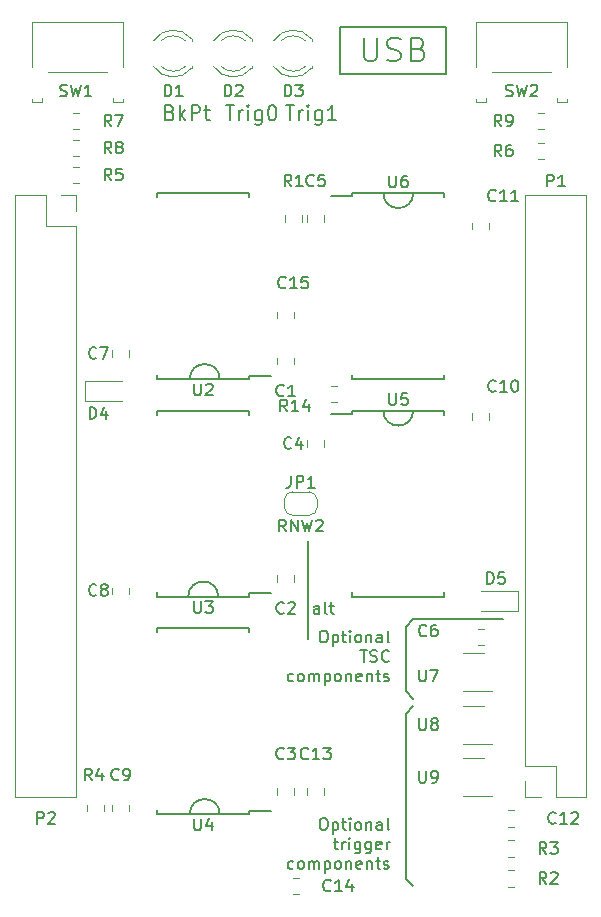
<source format=gto>
G04 #@! TF.GenerationSoftware,KiCad,Pcbnew,5.1.4-e60b266~84~ubuntu18.04.1*
G04 #@! TF.CreationDate,2019-10-24T14:21:48+01:00*
G04 #@! TF.ProjectId,6809e_adapter,36383039-655f-4616-9461-707465722e6b,rev?*
G04 #@! TF.SameCoordinates,PX9fdfbc0PY791ddc0*
G04 #@! TF.FileFunction,Legend,Top*
G04 #@! TF.FilePolarity,Positive*
%FSLAX46Y46*%
G04 Gerber Fmt 4.6, Leading zero omitted, Abs format (unit mm)*
G04 Created by KiCad (PCBNEW 5.1.4-e60b266~84~ubuntu18.04.1) date 2019-10-24 14:21:48*
%MOMM*%
%LPD*%
G04 APERTURE LIST*
%ADD10C,0.150000*%
%ADD11C,0.200000*%
%ADD12C,0.120000*%
G04 APERTURE END LIST*
D10*
X26971666Y26852620D02*
X26971666Y27376429D01*
X26924047Y27471667D01*
X26828809Y27519286D01*
X26638333Y27519286D01*
X26543095Y27471667D01*
X26971666Y26900239D02*
X26876428Y26852620D01*
X26638333Y26852620D01*
X26543095Y26900239D01*
X26495476Y26995477D01*
X26495476Y27090715D01*
X26543095Y27185953D01*
X26638333Y27233572D01*
X26876428Y27233572D01*
X26971666Y27281191D01*
X27590714Y26852620D02*
X27495476Y26900239D01*
X27447857Y26995477D01*
X27447857Y27852620D01*
X27828809Y27519286D02*
X28209761Y27519286D01*
X27971666Y27852620D02*
X27971666Y26995477D01*
X28019285Y26900239D01*
X28114523Y26852620D01*
X28209761Y26852620D01*
X26035000Y33020000D02*
X26035000Y24765000D01*
X27239976Y25438620D02*
X27430452Y25438620D01*
X27525690Y25391000D01*
X27620928Y25295762D01*
X27668547Y25105286D01*
X27668547Y24771953D01*
X27620928Y24581477D01*
X27525690Y24486239D01*
X27430452Y24438620D01*
X27239976Y24438620D01*
X27144738Y24486239D01*
X27049500Y24581477D01*
X27001880Y24771953D01*
X27001880Y25105286D01*
X27049500Y25295762D01*
X27144738Y25391000D01*
X27239976Y25438620D01*
X28097119Y25105286D02*
X28097119Y24105286D01*
X28097119Y25057667D02*
X28192357Y25105286D01*
X28382833Y25105286D01*
X28478071Y25057667D01*
X28525690Y25010048D01*
X28573309Y24914810D01*
X28573309Y24629096D01*
X28525690Y24533858D01*
X28478071Y24486239D01*
X28382833Y24438620D01*
X28192357Y24438620D01*
X28097119Y24486239D01*
X28859023Y25105286D02*
X29239976Y25105286D01*
X29001880Y25438620D02*
X29001880Y24581477D01*
X29049500Y24486239D01*
X29144738Y24438620D01*
X29239976Y24438620D01*
X29573309Y24438620D02*
X29573309Y25105286D01*
X29573309Y25438620D02*
X29525690Y25391000D01*
X29573309Y25343381D01*
X29620928Y25391000D01*
X29573309Y25438620D01*
X29573309Y25343381D01*
X30192357Y24438620D02*
X30097119Y24486239D01*
X30049500Y24533858D01*
X30001880Y24629096D01*
X30001880Y24914810D01*
X30049500Y25010048D01*
X30097119Y25057667D01*
X30192357Y25105286D01*
X30335214Y25105286D01*
X30430452Y25057667D01*
X30478071Y25010048D01*
X30525690Y24914810D01*
X30525690Y24629096D01*
X30478071Y24533858D01*
X30430452Y24486239D01*
X30335214Y24438620D01*
X30192357Y24438620D01*
X30954261Y25105286D02*
X30954261Y24438620D01*
X30954261Y25010048D02*
X31001880Y25057667D01*
X31097119Y25105286D01*
X31239976Y25105286D01*
X31335214Y25057667D01*
X31382833Y24962429D01*
X31382833Y24438620D01*
X32287595Y24438620D02*
X32287595Y24962429D01*
X32239976Y25057667D01*
X32144738Y25105286D01*
X31954261Y25105286D01*
X31859023Y25057667D01*
X32287595Y24486239D02*
X32192357Y24438620D01*
X31954261Y24438620D01*
X31859023Y24486239D01*
X31811404Y24581477D01*
X31811404Y24676715D01*
X31859023Y24771953D01*
X31954261Y24819572D01*
X32192357Y24819572D01*
X32287595Y24867191D01*
X32906642Y24438620D02*
X32811404Y24486239D01*
X32763785Y24581477D01*
X32763785Y25438620D01*
X30430452Y23788620D02*
X31001880Y23788620D01*
X30716166Y22788620D02*
X30716166Y23788620D01*
X31287595Y22836239D02*
X31430452Y22788620D01*
X31668547Y22788620D01*
X31763785Y22836239D01*
X31811404Y22883858D01*
X31859023Y22979096D01*
X31859023Y23074334D01*
X31811404Y23169572D01*
X31763785Y23217191D01*
X31668547Y23264810D01*
X31478071Y23312429D01*
X31382833Y23360048D01*
X31335214Y23407667D01*
X31287595Y23502905D01*
X31287595Y23598143D01*
X31335214Y23693381D01*
X31382833Y23741000D01*
X31478071Y23788620D01*
X31716166Y23788620D01*
X31859023Y23741000D01*
X32859023Y22883858D02*
X32811404Y22836239D01*
X32668547Y22788620D01*
X32573309Y22788620D01*
X32430452Y22836239D01*
X32335214Y22931477D01*
X32287595Y23026715D01*
X32239976Y23217191D01*
X32239976Y23360048D01*
X32287595Y23550524D01*
X32335214Y23645762D01*
X32430452Y23741000D01*
X32573309Y23788620D01*
X32668547Y23788620D01*
X32811404Y23741000D01*
X32859023Y23693381D01*
X24763785Y21186239D02*
X24668547Y21138620D01*
X24478071Y21138620D01*
X24382833Y21186239D01*
X24335214Y21233858D01*
X24287595Y21329096D01*
X24287595Y21614810D01*
X24335214Y21710048D01*
X24382833Y21757667D01*
X24478071Y21805286D01*
X24668547Y21805286D01*
X24763785Y21757667D01*
X25335214Y21138620D02*
X25239976Y21186239D01*
X25192357Y21233858D01*
X25144738Y21329096D01*
X25144738Y21614810D01*
X25192357Y21710048D01*
X25239976Y21757667D01*
X25335214Y21805286D01*
X25478071Y21805286D01*
X25573309Y21757667D01*
X25620928Y21710048D01*
X25668547Y21614810D01*
X25668547Y21329096D01*
X25620928Y21233858D01*
X25573309Y21186239D01*
X25478071Y21138620D01*
X25335214Y21138620D01*
X26097119Y21138620D02*
X26097119Y21805286D01*
X26097119Y21710048D02*
X26144738Y21757667D01*
X26239976Y21805286D01*
X26382833Y21805286D01*
X26478071Y21757667D01*
X26525690Y21662429D01*
X26525690Y21138620D01*
X26525690Y21662429D02*
X26573309Y21757667D01*
X26668547Y21805286D01*
X26811404Y21805286D01*
X26906642Y21757667D01*
X26954261Y21662429D01*
X26954261Y21138620D01*
X27430452Y21805286D02*
X27430452Y20805286D01*
X27430452Y21757667D02*
X27525690Y21805286D01*
X27716166Y21805286D01*
X27811404Y21757667D01*
X27859023Y21710048D01*
X27906642Y21614810D01*
X27906642Y21329096D01*
X27859023Y21233858D01*
X27811404Y21186239D01*
X27716166Y21138620D01*
X27525690Y21138620D01*
X27430452Y21186239D01*
X28478071Y21138620D02*
X28382833Y21186239D01*
X28335214Y21233858D01*
X28287595Y21329096D01*
X28287595Y21614810D01*
X28335214Y21710048D01*
X28382833Y21757667D01*
X28478071Y21805286D01*
X28620928Y21805286D01*
X28716166Y21757667D01*
X28763785Y21710048D01*
X28811404Y21614810D01*
X28811404Y21329096D01*
X28763785Y21233858D01*
X28716166Y21186239D01*
X28620928Y21138620D01*
X28478071Y21138620D01*
X29239976Y21805286D02*
X29239976Y21138620D01*
X29239976Y21710048D02*
X29287595Y21757667D01*
X29382833Y21805286D01*
X29525690Y21805286D01*
X29620928Y21757667D01*
X29668547Y21662429D01*
X29668547Y21138620D01*
X30525690Y21186239D02*
X30430452Y21138620D01*
X30239976Y21138620D01*
X30144738Y21186239D01*
X30097119Y21281477D01*
X30097119Y21662429D01*
X30144738Y21757667D01*
X30239976Y21805286D01*
X30430452Y21805286D01*
X30525690Y21757667D01*
X30573309Y21662429D01*
X30573309Y21567191D01*
X30097119Y21471953D01*
X31001880Y21805286D02*
X31001880Y21138620D01*
X31001880Y21710048D02*
X31049500Y21757667D01*
X31144738Y21805286D01*
X31287595Y21805286D01*
X31382833Y21757667D01*
X31430452Y21662429D01*
X31430452Y21138620D01*
X31763785Y21805286D02*
X32144738Y21805286D01*
X31906642Y22138620D02*
X31906642Y21281477D01*
X31954261Y21186239D01*
X32049500Y21138620D01*
X32144738Y21138620D01*
X32430452Y21186239D02*
X32525690Y21138620D01*
X32716166Y21138620D01*
X32811404Y21186239D01*
X32859023Y21281477D01*
X32859023Y21329096D01*
X32811404Y21424334D01*
X32716166Y21471953D01*
X32573309Y21471953D01*
X32478071Y21519572D01*
X32430452Y21614810D01*
X32430452Y21662429D01*
X32478071Y21757667D01*
X32573309Y21805286D01*
X32716166Y21805286D01*
X32811404Y21757667D01*
X34290000Y20320000D02*
X34290000Y25781000D01*
X34925000Y19685000D02*
X34290000Y20320000D01*
X34925000Y19050000D02*
X34290000Y18415000D01*
X34925000Y26416000D02*
X42545000Y26416000D01*
X27239976Y9563620D02*
X27430452Y9563620D01*
X27525690Y9516000D01*
X27620928Y9420762D01*
X27668547Y9230286D01*
X27668547Y8896953D01*
X27620928Y8706477D01*
X27525690Y8611239D01*
X27430452Y8563620D01*
X27239976Y8563620D01*
X27144738Y8611239D01*
X27049500Y8706477D01*
X27001880Y8896953D01*
X27001880Y9230286D01*
X27049500Y9420762D01*
X27144738Y9516000D01*
X27239976Y9563620D01*
X28097119Y9230286D02*
X28097119Y8230286D01*
X28097119Y9182667D02*
X28192357Y9230286D01*
X28382833Y9230286D01*
X28478071Y9182667D01*
X28525690Y9135048D01*
X28573309Y9039810D01*
X28573309Y8754096D01*
X28525690Y8658858D01*
X28478071Y8611239D01*
X28382833Y8563620D01*
X28192357Y8563620D01*
X28097119Y8611239D01*
X28859023Y9230286D02*
X29239976Y9230286D01*
X29001880Y9563620D02*
X29001880Y8706477D01*
X29049500Y8611239D01*
X29144738Y8563620D01*
X29239976Y8563620D01*
X29573309Y8563620D02*
X29573309Y9230286D01*
X29573309Y9563620D02*
X29525690Y9516000D01*
X29573309Y9468381D01*
X29620928Y9516000D01*
X29573309Y9563620D01*
X29573309Y9468381D01*
X30192357Y8563620D02*
X30097119Y8611239D01*
X30049500Y8658858D01*
X30001880Y8754096D01*
X30001880Y9039810D01*
X30049500Y9135048D01*
X30097119Y9182667D01*
X30192357Y9230286D01*
X30335214Y9230286D01*
X30430452Y9182667D01*
X30478071Y9135048D01*
X30525690Y9039810D01*
X30525690Y8754096D01*
X30478071Y8658858D01*
X30430452Y8611239D01*
X30335214Y8563620D01*
X30192357Y8563620D01*
X30954261Y9230286D02*
X30954261Y8563620D01*
X30954261Y9135048D02*
X31001880Y9182667D01*
X31097119Y9230286D01*
X31239976Y9230286D01*
X31335214Y9182667D01*
X31382833Y9087429D01*
X31382833Y8563620D01*
X32287595Y8563620D02*
X32287595Y9087429D01*
X32239976Y9182667D01*
X32144738Y9230286D01*
X31954261Y9230286D01*
X31859023Y9182667D01*
X32287595Y8611239D02*
X32192357Y8563620D01*
X31954261Y8563620D01*
X31859023Y8611239D01*
X31811404Y8706477D01*
X31811404Y8801715D01*
X31859023Y8896953D01*
X31954261Y8944572D01*
X32192357Y8944572D01*
X32287595Y8992191D01*
X32906642Y8563620D02*
X32811404Y8611239D01*
X32763785Y8706477D01*
X32763785Y9563620D01*
X28192357Y7580286D02*
X28573309Y7580286D01*
X28335214Y7913620D02*
X28335214Y7056477D01*
X28382833Y6961239D01*
X28478071Y6913620D01*
X28573309Y6913620D01*
X28906642Y6913620D02*
X28906642Y7580286D01*
X28906642Y7389810D02*
X28954261Y7485048D01*
X29001880Y7532667D01*
X29097119Y7580286D01*
X29192357Y7580286D01*
X29525690Y6913620D02*
X29525690Y7580286D01*
X29525690Y7913620D02*
X29478071Y7866000D01*
X29525690Y7818381D01*
X29573309Y7866000D01*
X29525690Y7913620D01*
X29525690Y7818381D01*
X30430452Y7580286D02*
X30430452Y6770762D01*
X30382833Y6675524D01*
X30335214Y6627905D01*
X30239976Y6580286D01*
X30097119Y6580286D01*
X30001880Y6627905D01*
X30430452Y6961239D02*
X30335214Y6913620D01*
X30144738Y6913620D01*
X30049500Y6961239D01*
X30001880Y7008858D01*
X29954261Y7104096D01*
X29954261Y7389810D01*
X30001880Y7485048D01*
X30049500Y7532667D01*
X30144738Y7580286D01*
X30335214Y7580286D01*
X30430452Y7532667D01*
X31335214Y7580286D02*
X31335214Y6770762D01*
X31287595Y6675524D01*
X31239976Y6627905D01*
X31144738Y6580286D01*
X31001880Y6580286D01*
X30906642Y6627905D01*
X31335214Y6961239D02*
X31239976Y6913620D01*
X31049500Y6913620D01*
X30954261Y6961239D01*
X30906642Y7008858D01*
X30859023Y7104096D01*
X30859023Y7389810D01*
X30906642Y7485048D01*
X30954261Y7532667D01*
X31049500Y7580286D01*
X31239976Y7580286D01*
X31335214Y7532667D01*
X32192357Y6961239D02*
X32097119Y6913620D01*
X31906642Y6913620D01*
X31811404Y6961239D01*
X31763785Y7056477D01*
X31763785Y7437429D01*
X31811404Y7532667D01*
X31906642Y7580286D01*
X32097119Y7580286D01*
X32192357Y7532667D01*
X32239976Y7437429D01*
X32239976Y7342191D01*
X31763785Y7246953D01*
X32668547Y6913620D02*
X32668547Y7580286D01*
X32668547Y7389810D02*
X32716166Y7485048D01*
X32763785Y7532667D01*
X32859023Y7580286D01*
X32954261Y7580286D01*
X24763785Y5311239D02*
X24668547Y5263620D01*
X24478071Y5263620D01*
X24382833Y5311239D01*
X24335214Y5358858D01*
X24287595Y5454096D01*
X24287595Y5739810D01*
X24335214Y5835048D01*
X24382833Y5882667D01*
X24478071Y5930286D01*
X24668547Y5930286D01*
X24763785Y5882667D01*
X25335214Y5263620D02*
X25239976Y5311239D01*
X25192357Y5358858D01*
X25144738Y5454096D01*
X25144738Y5739810D01*
X25192357Y5835048D01*
X25239976Y5882667D01*
X25335214Y5930286D01*
X25478071Y5930286D01*
X25573309Y5882667D01*
X25620928Y5835048D01*
X25668547Y5739810D01*
X25668547Y5454096D01*
X25620928Y5358858D01*
X25573309Y5311239D01*
X25478071Y5263620D01*
X25335214Y5263620D01*
X26097119Y5263620D02*
X26097119Y5930286D01*
X26097119Y5835048D02*
X26144738Y5882667D01*
X26239976Y5930286D01*
X26382833Y5930286D01*
X26478071Y5882667D01*
X26525690Y5787429D01*
X26525690Y5263620D01*
X26525690Y5787429D02*
X26573309Y5882667D01*
X26668547Y5930286D01*
X26811404Y5930286D01*
X26906642Y5882667D01*
X26954261Y5787429D01*
X26954261Y5263620D01*
X27430452Y5930286D02*
X27430452Y4930286D01*
X27430452Y5882667D02*
X27525690Y5930286D01*
X27716166Y5930286D01*
X27811404Y5882667D01*
X27859023Y5835048D01*
X27906642Y5739810D01*
X27906642Y5454096D01*
X27859023Y5358858D01*
X27811404Y5311239D01*
X27716166Y5263620D01*
X27525690Y5263620D01*
X27430452Y5311239D01*
X28478071Y5263620D02*
X28382833Y5311239D01*
X28335214Y5358858D01*
X28287595Y5454096D01*
X28287595Y5739810D01*
X28335214Y5835048D01*
X28382833Y5882667D01*
X28478071Y5930286D01*
X28620928Y5930286D01*
X28716166Y5882667D01*
X28763785Y5835048D01*
X28811404Y5739810D01*
X28811404Y5454096D01*
X28763785Y5358858D01*
X28716166Y5311239D01*
X28620928Y5263620D01*
X28478071Y5263620D01*
X29239976Y5930286D02*
X29239976Y5263620D01*
X29239976Y5835048D02*
X29287595Y5882667D01*
X29382833Y5930286D01*
X29525690Y5930286D01*
X29620928Y5882667D01*
X29668547Y5787429D01*
X29668547Y5263620D01*
X30525690Y5311239D02*
X30430452Y5263620D01*
X30239976Y5263620D01*
X30144738Y5311239D01*
X30097119Y5406477D01*
X30097119Y5787429D01*
X30144738Y5882667D01*
X30239976Y5930286D01*
X30430452Y5930286D01*
X30525690Y5882667D01*
X30573309Y5787429D01*
X30573309Y5692191D01*
X30097119Y5596953D01*
X31001880Y5930286D02*
X31001880Y5263620D01*
X31001880Y5835048D02*
X31049500Y5882667D01*
X31144738Y5930286D01*
X31287595Y5930286D01*
X31382833Y5882667D01*
X31430452Y5787429D01*
X31430452Y5263620D01*
X31763785Y5930286D02*
X32144738Y5930286D01*
X31906642Y6263620D02*
X31906642Y5406477D01*
X31954261Y5311239D01*
X32049500Y5263620D01*
X32144738Y5263620D01*
X32430452Y5311239D02*
X32525690Y5263620D01*
X32716166Y5263620D01*
X32811404Y5311239D01*
X32859023Y5406477D01*
X32859023Y5454096D01*
X32811404Y5549334D01*
X32716166Y5596953D01*
X32573309Y5596953D01*
X32478071Y5644572D01*
X32430452Y5739810D01*
X32430452Y5787429D01*
X32478071Y5882667D01*
X32573309Y5930286D01*
X32716166Y5930286D01*
X32811404Y5882667D01*
X34290000Y4445000D02*
X34925000Y3810000D01*
X34290000Y18415000D02*
X34290000Y4445000D01*
X34925000Y26416000D02*
X34290000Y25781000D01*
X24138095Y33837620D02*
X23804761Y34313810D01*
X23566666Y33837620D02*
X23566666Y34837620D01*
X23947619Y34837620D01*
X24042857Y34790000D01*
X24090476Y34742381D01*
X24138095Y34647143D01*
X24138095Y34504286D01*
X24090476Y34409048D01*
X24042857Y34361429D01*
X23947619Y34313810D01*
X23566666Y34313810D01*
X24566666Y33837620D02*
X24566666Y34837620D01*
X25138095Y33837620D01*
X25138095Y34837620D01*
X25519047Y34837620D02*
X25757142Y33837620D01*
X25947619Y34551905D01*
X26138095Y33837620D01*
X26376190Y34837620D01*
X26709523Y34742381D02*
X26757142Y34790000D01*
X26852380Y34837620D01*
X27090476Y34837620D01*
X27185714Y34790000D01*
X27233333Y34742381D01*
X27280952Y34647143D01*
X27280952Y34551905D01*
X27233333Y34409048D01*
X26661904Y33837620D01*
X27280952Y33837620D01*
X16002000Y46736000D02*
G75*
G02X18542000Y46736000I1270000J0D01*
G01*
X16002000Y9906000D02*
G75*
G02X18542000Y9906000I1270000J0D01*
G01*
X15875000Y28321000D02*
G75*
G02X18415000Y28321000I1270000J0D01*
G01*
X34925000Y44069000D02*
G75*
G02X32385000Y44069000I-1270000J0D01*
G01*
X34925000Y62484000D02*
G75*
G02X32385000Y62484000I-1270000J0D01*
G01*
D11*
X14306285Y69304286D02*
X14484857Y69244762D01*
X14544380Y69185239D01*
X14603904Y69066191D01*
X14603904Y68887620D01*
X14544380Y68768572D01*
X14484857Y68709048D01*
X14365809Y68649524D01*
X13889619Y68649524D01*
X13889619Y69899524D01*
X14306285Y69899524D01*
X14425333Y69840000D01*
X14484857Y69780477D01*
X14544380Y69661429D01*
X14544380Y69542381D01*
X14484857Y69423334D01*
X14425333Y69363810D01*
X14306285Y69304286D01*
X13889619Y69304286D01*
X15139619Y68649524D02*
X15139619Y69899524D01*
X15258666Y69125715D02*
X15615809Y68649524D01*
X15615809Y69482858D02*
X15139619Y69006667D01*
X16151523Y68649524D02*
X16151523Y69899524D01*
X16627714Y69899524D01*
X16746761Y69840000D01*
X16806285Y69780477D01*
X16865809Y69661429D01*
X16865809Y69482858D01*
X16806285Y69363810D01*
X16746761Y69304286D01*
X16627714Y69244762D01*
X16151523Y69244762D01*
X17222952Y69482858D02*
X17699142Y69482858D01*
X17401523Y69899524D02*
X17401523Y68828096D01*
X17461047Y68709048D01*
X17580095Y68649524D01*
X17699142Y68649524D01*
X24125047Y69899524D02*
X24839333Y69899524D01*
X24482190Y68649524D02*
X24482190Y69899524D01*
X25256000Y68649524D02*
X25256000Y69482858D01*
X25256000Y69244762D02*
X25315523Y69363810D01*
X25375047Y69423334D01*
X25494095Y69482858D01*
X25613142Y69482858D01*
X26029809Y68649524D02*
X26029809Y69482858D01*
X26029809Y69899524D02*
X25970285Y69840000D01*
X26029809Y69780477D01*
X26089333Y69840000D01*
X26029809Y69899524D01*
X26029809Y69780477D01*
X27160761Y69482858D02*
X27160761Y68470953D01*
X27101238Y68351905D01*
X27041714Y68292381D01*
X26922666Y68232858D01*
X26744095Y68232858D01*
X26625047Y68292381D01*
X27160761Y68709048D02*
X27041714Y68649524D01*
X26803619Y68649524D01*
X26684571Y68709048D01*
X26625047Y68768572D01*
X26565523Y68887620D01*
X26565523Y69244762D01*
X26625047Y69363810D01*
X26684571Y69423334D01*
X26803619Y69482858D01*
X27041714Y69482858D01*
X27160761Y69423334D01*
X28410761Y68649524D02*
X27696476Y68649524D01*
X28053619Y68649524D02*
X28053619Y69899524D01*
X27934571Y69720953D01*
X27815523Y69601905D01*
X27696476Y69542381D01*
X19045047Y69899524D02*
X19759333Y69899524D01*
X19402190Y68649524D02*
X19402190Y69899524D01*
X20176000Y68649524D02*
X20176000Y69482858D01*
X20176000Y69244762D02*
X20235523Y69363810D01*
X20295047Y69423334D01*
X20414095Y69482858D01*
X20533142Y69482858D01*
X20949809Y68649524D02*
X20949809Y69482858D01*
X20949809Y69899524D02*
X20890285Y69840000D01*
X20949809Y69780477D01*
X21009333Y69840000D01*
X20949809Y69899524D01*
X20949809Y69780477D01*
X22080761Y69482858D02*
X22080761Y68470953D01*
X22021238Y68351905D01*
X21961714Y68292381D01*
X21842666Y68232858D01*
X21664095Y68232858D01*
X21545047Y68292381D01*
X22080761Y68709048D02*
X21961714Y68649524D01*
X21723619Y68649524D01*
X21604571Y68709048D01*
X21545047Y68768572D01*
X21485523Y68887620D01*
X21485523Y69244762D01*
X21545047Y69363810D01*
X21604571Y69423334D01*
X21723619Y69482858D01*
X21961714Y69482858D01*
X22080761Y69423334D01*
X22914095Y69899524D02*
X23033142Y69899524D01*
X23152190Y69840000D01*
X23211714Y69780477D01*
X23271238Y69661429D01*
X23330761Y69423334D01*
X23330761Y69125715D01*
X23271238Y68887620D01*
X23211714Y68768572D01*
X23152190Y68709048D01*
X23033142Y68649524D01*
X22914095Y68649524D01*
X22795047Y68709048D01*
X22735523Y68768572D01*
X22676000Y68887620D01*
X22616476Y69125715D01*
X22616476Y69423334D01*
X22676000Y69661429D01*
X22735523Y69780477D01*
X22795047Y69840000D01*
X22914095Y69899524D01*
X30716190Y75635239D02*
X30716190Y74016191D01*
X30811428Y73825715D01*
X30906666Y73730477D01*
X31097142Y73635239D01*
X31478095Y73635239D01*
X31668571Y73730477D01*
X31763809Y73825715D01*
X31859047Y74016191D01*
X31859047Y75635239D01*
X32716190Y73730477D02*
X33001904Y73635239D01*
X33478095Y73635239D01*
X33668571Y73730477D01*
X33763809Y73825715D01*
X33859047Y74016191D01*
X33859047Y74206667D01*
X33763809Y74397143D01*
X33668571Y74492381D01*
X33478095Y74587620D01*
X33097142Y74682858D01*
X32906666Y74778096D01*
X32811428Y74873334D01*
X32716190Y75063810D01*
X32716190Y75254286D01*
X32811428Y75444762D01*
X32906666Y75540000D01*
X33097142Y75635239D01*
X33573333Y75635239D01*
X33859047Y75540000D01*
X35382857Y74682858D02*
X35668571Y74587620D01*
X35763809Y74492381D01*
X35859047Y74301905D01*
X35859047Y74016191D01*
X35763809Y73825715D01*
X35668571Y73730477D01*
X35478095Y73635239D01*
X34716190Y73635239D01*
X34716190Y75635239D01*
X35382857Y75635239D01*
X35573333Y75540000D01*
X35668571Y75444762D01*
X35763809Y75254286D01*
X35763809Y75063810D01*
X35668571Y74873334D01*
X35573333Y74778096D01*
X35382857Y74682858D01*
X34716190Y74682858D01*
D10*
X28740000Y72540000D02*
X28740000Y76540000D01*
X37740000Y72540000D02*
X28740000Y72540000D01*
X37740000Y76540000D02*
X37740000Y72540000D01*
X28740000Y76540000D02*
X37740000Y76540000D01*
D12*
X43810000Y27090000D02*
X40660000Y27090000D01*
X43810000Y28790000D02*
X40660000Y28790000D01*
X43810000Y27090000D02*
X43810000Y28790000D01*
X7108000Y46570000D02*
X10258000Y46570000D01*
X7108000Y44870000D02*
X10258000Y44870000D01*
X7108000Y46570000D02*
X7108000Y44870000D01*
D10*
X29780000Y43795000D02*
X27955000Y43795000D01*
X29780000Y28320000D02*
X37530000Y28320000D01*
X29780000Y44070000D02*
X37530000Y44070000D01*
X29780000Y28320000D02*
X29780000Y28685000D01*
X37530000Y28320000D02*
X37530000Y28685000D01*
X37530000Y44070000D02*
X37530000Y43705000D01*
X29780000Y44070000D02*
X29780000Y43795000D01*
X21020000Y47010000D02*
X22845000Y47010000D01*
X21020000Y62485000D02*
X13270000Y62485000D01*
X21020000Y46735000D02*
X13270000Y46735000D01*
X21020000Y62485000D02*
X21020000Y62120000D01*
X13270000Y62485000D02*
X13270000Y62120000D01*
X13270000Y46735000D02*
X13270000Y47100000D01*
X21020000Y46735000D02*
X21020000Y47010000D01*
D12*
X27923748Y44756000D02*
X28446252Y44756000D01*
X27923748Y46176000D02*
X28446252Y46176000D01*
X23420000Y52449252D02*
X23420000Y51926748D01*
X24840000Y52449252D02*
X24840000Y51926748D01*
X42918748Y7695000D02*
X43441252Y7695000D01*
X42918748Y6275000D02*
X43441252Y6275000D01*
X24700000Y37195000D02*
X26100000Y37195000D01*
X26800000Y36495000D02*
X26800000Y35895000D01*
X26100000Y35195000D02*
X24700000Y35195000D01*
X24000000Y35895000D02*
X24000000Y36495000D01*
X24000000Y36495000D02*
G75*
G02X24700000Y37195000I700000J0D01*
G01*
X24700000Y35195000D02*
G75*
G02X24000000Y35895000I0J700000D01*
G01*
X26800000Y35895000D02*
G75*
G02X26100000Y35195000I-700000J0D01*
G01*
X26100000Y37195000D02*
G75*
G02X26800000Y36495000I0J-700000D01*
G01*
X42918748Y8815000D02*
X43441252Y8815000D01*
X42918748Y10235000D02*
X43441252Y10235000D01*
X40378748Y24182000D02*
X40901252Y24182000D01*
X40378748Y25602000D02*
X40901252Y25602000D01*
X47085000Y70175000D02*
X47085000Y70525000D01*
X47975000Y70175000D02*
X47085000Y70175000D01*
X47975000Y70475000D02*
X47975000Y70175000D01*
X47975000Y73115000D02*
X47975000Y76965000D01*
X47975000Y76965000D02*
X40235000Y76965000D01*
X40235000Y76965000D02*
X40235000Y73115000D01*
X41615000Y72725000D02*
X46595000Y72725000D01*
X41125000Y70175000D02*
X40235000Y70175000D01*
X41125000Y70175000D02*
X41125000Y70525000D01*
X40235000Y70475000D02*
X40235000Y70175000D01*
X9484500Y70175000D02*
X9484500Y70525000D01*
X10374500Y70175000D02*
X9484500Y70175000D01*
X10374500Y70475000D02*
X10374500Y70175000D01*
X10374500Y73115000D02*
X10374500Y76965000D01*
X10374500Y76965000D02*
X2634500Y76965000D01*
X2634500Y76965000D02*
X2634500Y73115000D01*
X4014500Y72725000D02*
X8994500Y72725000D01*
X3524500Y70175000D02*
X2634500Y70175000D01*
X3524500Y70175000D02*
X3524500Y70525000D01*
X2634500Y70475000D02*
X2634500Y70175000D01*
X21245000Y75375000D02*
X21245000Y75531000D01*
X21245000Y73059000D02*
X21245000Y73215000D01*
X18643870Y75374837D02*
G75*
G02X20725961Y75375000I1041130J-1079837D01*
G01*
X18643870Y73215163D02*
G75*
G03X20725961Y73215000I1041130J1079837D01*
G01*
X18012665Y75373608D02*
G75*
G02X21245000Y75530516I1672335J-1078608D01*
G01*
X18012665Y73216392D02*
G75*
G03X21245000Y73059484I1672335J1078608D01*
G01*
X26325000Y75375000D02*
X26325000Y75531000D01*
X26325000Y73059000D02*
X26325000Y73215000D01*
X23723870Y75374837D02*
G75*
G02X25805961Y75375000I1041130J-1079837D01*
G01*
X23723870Y73215163D02*
G75*
G03X25805961Y73215000I1041130J1079837D01*
G01*
X23092665Y75373608D02*
G75*
G02X26325000Y75530516I1672335J-1078608D01*
G01*
X23092665Y73216392D02*
G75*
G03X26325000Y73059484I1672335J1078608D01*
G01*
X16165000Y75375000D02*
X16165000Y75531000D01*
X16165000Y73059000D02*
X16165000Y73215000D01*
X13563870Y75374837D02*
G75*
G02X15645961Y75375000I1041130J-1079837D01*
G01*
X13563870Y73215163D02*
G75*
G03X15645961Y73215000I1041130J1079837D01*
G01*
X12932665Y75373608D02*
G75*
G02X16165000Y75530516I1672335J-1078608D01*
G01*
X12932665Y73216392D02*
G75*
G03X16165000Y73059484I1672335J1078608D01*
G01*
X5080000Y62290000D02*
X6410000Y62290000D01*
X6410000Y62290000D02*
X6410000Y60960000D01*
X3810000Y62290000D02*
X3810000Y59690000D01*
X3810000Y59690000D02*
X6410000Y59690000D01*
X6410000Y59690000D02*
X6410000Y11370000D01*
X1210000Y11370000D02*
X6410000Y11370000D01*
X1210000Y62290000D02*
X1210000Y11370000D01*
X1210000Y62290000D02*
X3810000Y62290000D01*
X45720000Y11370000D02*
X44390000Y11370000D01*
X44390000Y11370000D02*
X44390000Y12700000D01*
X46990000Y11370000D02*
X46990000Y13970000D01*
X46990000Y13970000D02*
X44390000Y13970000D01*
X44390000Y13970000D02*
X44390000Y62290000D01*
X49590000Y62290000D02*
X44390000Y62290000D01*
X49590000Y11370000D02*
X49590000Y62290000D01*
X49590000Y11370000D02*
X46990000Y11370000D01*
X39105000Y11405000D02*
X41555000Y11405000D01*
X40905000Y14625000D02*
X39105000Y14625000D01*
X39105000Y15850000D02*
X41555000Y15850000D01*
X40905000Y19070000D02*
X39105000Y19070000D01*
X39105000Y20300000D02*
X41555000Y20300000D01*
X40905000Y23520000D02*
X39105000Y23520000D01*
X45981252Y69290000D02*
X45458748Y69290000D01*
X45981252Y67870000D02*
X45458748Y67870000D01*
X6088748Y65584000D02*
X6611252Y65584000D01*
X6088748Y67004000D02*
X6611252Y67004000D01*
X6088748Y67870000D02*
X6611252Y67870000D01*
X6088748Y69290000D02*
X6611252Y69290000D01*
X45458748Y65330000D02*
X45981252Y65330000D01*
X45458748Y66750000D02*
X45981252Y66750000D01*
X6611252Y64718000D02*
X6088748Y64718000D01*
X6611252Y63298000D02*
X6088748Y63298000D01*
X7291000Y10666252D02*
X7291000Y10143748D01*
X8711000Y10666252D02*
X8711000Y10143748D01*
X42918748Y5155000D02*
X43441252Y5155000D01*
X42918748Y3735000D02*
X43441252Y3735000D01*
X24055000Y60586252D02*
X24055000Y60063748D01*
X25475000Y60586252D02*
X25475000Y60063748D01*
X25271252Y4520000D02*
X24748748Y4520000D01*
X25271252Y3100000D02*
X24748748Y3100000D01*
X39930000Y59951252D02*
X39930000Y59428748D01*
X41350000Y59951252D02*
X41350000Y59428748D01*
X41350000Y43308748D02*
X41350000Y43831252D01*
X39930000Y43308748D02*
X39930000Y43831252D01*
X9450000Y10666252D02*
X9450000Y10143748D01*
X10870000Y10666252D02*
X10870000Y10143748D01*
X9450000Y29081252D02*
X9450000Y28558748D01*
X10870000Y29081252D02*
X10870000Y28558748D01*
X10870000Y48633748D02*
X10870000Y49156252D01*
X9450000Y48633748D02*
X9450000Y49156252D01*
X27380000Y11558748D02*
X27380000Y12081252D01*
X25960000Y11558748D02*
X25960000Y12081252D01*
X25960000Y60586252D02*
X25960000Y60063748D01*
X27380000Y60586252D02*
X27380000Y60063748D01*
X25960000Y41536252D02*
X25960000Y41013748D01*
X27380000Y41536252D02*
X27380000Y41013748D01*
X24840000Y11558748D02*
X24840000Y12081252D01*
X23420000Y11558748D02*
X23420000Y12081252D01*
X24840000Y29583748D02*
X24840000Y30106252D01*
X23420000Y29583748D02*
X23420000Y30106252D01*
X24840000Y47998748D02*
X24840000Y48521252D01*
X23420000Y47998748D02*
X23420000Y48521252D01*
D10*
X21020000Y28595000D02*
X22845000Y28595000D01*
X21020000Y44070000D02*
X13270000Y44070000D01*
X21020000Y28320000D02*
X13270000Y28320000D01*
X21020000Y44070000D02*
X21020000Y43705000D01*
X13270000Y44070000D02*
X13270000Y43705000D01*
X13270000Y28320000D02*
X13270000Y28685000D01*
X21020000Y28320000D02*
X21020000Y28595000D01*
X21020000Y10180000D02*
X22845000Y10180000D01*
X21020000Y25655000D02*
X13270000Y25655000D01*
X21020000Y9905000D02*
X13270000Y9905000D01*
X21020000Y25655000D02*
X21020000Y25290000D01*
X13270000Y25655000D02*
X13270000Y25290000D01*
X13270000Y9905000D02*
X13270000Y10270000D01*
X21020000Y9905000D02*
X21020000Y10180000D01*
X29780000Y62210000D02*
X27955000Y62210000D01*
X29780000Y46735000D02*
X37530000Y46735000D01*
X29780000Y62485000D02*
X37530000Y62485000D01*
X29780000Y46735000D02*
X29780000Y47100000D01*
X37530000Y46735000D02*
X37530000Y47100000D01*
X37530000Y62485000D02*
X37530000Y62120000D01*
X29780000Y62485000D02*
X29780000Y62210000D01*
X41171904Y29392620D02*
X41171904Y30392620D01*
X41410000Y30392620D01*
X41552857Y30345000D01*
X41648095Y30249762D01*
X41695714Y30154524D01*
X41743333Y29964048D01*
X41743333Y29821191D01*
X41695714Y29630715D01*
X41648095Y29535477D01*
X41552857Y29440239D01*
X41410000Y29392620D01*
X41171904Y29392620D01*
X42648095Y30392620D02*
X42171904Y30392620D01*
X42124285Y29916429D01*
X42171904Y29964048D01*
X42267142Y30011667D01*
X42505238Y30011667D01*
X42600476Y29964048D01*
X42648095Y29916429D01*
X42695714Y29821191D01*
X42695714Y29583096D01*
X42648095Y29487858D01*
X42600476Y29440239D01*
X42505238Y29392620D01*
X42267142Y29392620D01*
X42171904Y29440239D01*
X42124285Y29487858D01*
X7516904Y43362620D02*
X7516904Y44362620D01*
X7755000Y44362620D01*
X7897857Y44315000D01*
X7993095Y44219762D01*
X8040714Y44124524D01*
X8088333Y43934048D01*
X8088333Y43791191D01*
X8040714Y43600715D01*
X7993095Y43505477D01*
X7897857Y43410239D01*
X7755000Y43362620D01*
X7516904Y43362620D01*
X8945476Y44029286D02*
X8945476Y43362620D01*
X8707380Y44410239D02*
X8469285Y43695953D01*
X9088333Y43695953D01*
X32893095Y45542620D02*
X32893095Y44733096D01*
X32940714Y44637858D01*
X32988333Y44590239D01*
X33083571Y44542620D01*
X33274047Y44542620D01*
X33369285Y44590239D01*
X33416904Y44637858D01*
X33464523Y44733096D01*
X33464523Y45542620D01*
X34416904Y45542620D02*
X33940714Y45542620D01*
X33893095Y45066429D01*
X33940714Y45114048D01*
X34035952Y45161667D01*
X34274047Y45161667D01*
X34369285Y45114048D01*
X34416904Y45066429D01*
X34464523Y44971191D01*
X34464523Y44733096D01*
X34416904Y44637858D01*
X34369285Y44590239D01*
X34274047Y44542620D01*
X34035952Y44542620D01*
X33940714Y44590239D01*
X33893095Y44637858D01*
X16383095Y46357620D02*
X16383095Y45548096D01*
X16430714Y45452858D01*
X16478333Y45405239D01*
X16573571Y45357620D01*
X16764047Y45357620D01*
X16859285Y45405239D01*
X16906904Y45452858D01*
X16954523Y45548096D01*
X16954523Y46357620D01*
X17383095Y46262381D02*
X17430714Y46310000D01*
X17525952Y46357620D01*
X17764047Y46357620D01*
X17859285Y46310000D01*
X17906904Y46262381D01*
X17954523Y46167143D01*
X17954523Y46071905D01*
X17906904Y45929048D01*
X17335476Y45357620D01*
X17954523Y45357620D01*
X24249142Y43997620D02*
X23915809Y44473810D01*
X23677714Y43997620D02*
X23677714Y44997620D01*
X24058666Y44997620D01*
X24153904Y44950000D01*
X24201523Y44902381D01*
X24249142Y44807143D01*
X24249142Y44664286D01*
X24201523Y44569048D01*
X24153904Y44521429D01*
X24058666Y44473810D01*
X23677714Y44473810D01*
X25201523Y43997620D02*
X24630095Y43997620D01*
X24915809Y43997620D02*
X24915809Y44997620D01*
X24820571Y44854762D01*
X24725333Y44759524D01*
X24630095Y44711905D01*
X26058666Y44664286D02*
X26058666Y43997620D01*
X25820571Y45045239D02*
X25582476Y44330953D01*
X26201523Y44330953D01*
X24122142Y54506858D02*
X24074523Y54459239D01*
X23931666Y54411620D01*
X23836428Y54411620D01*
X23693571Y54459239D01*
X23598333Y54554477D01*
X23550714Y54649715D01*
X23503095Y54840191D01*
X23503095Y54983048D01*
X23550714Y55173524D01*
X23598333Y55268762D01*
X23693571Y55364000D01*
X23836428Y55411620D01*
X23931666Y55411620D01*
X24074523Y55364000D01*
X24122142Y55316381D01*
X25074523Y54411620D02*
X24503095Y54411620D01*
X24788809Y54411620D02*
X24788809Y55411620D01*
X24693571Y55268762D01*
X24598333Y55173524D01*
X24503095Y55125905D01*
X25979285Y55411620D02*
X25503095Y55411620D01*
X25455476Y54935429D01*
X25503095Y54983048D01*
X25598333Y55030667D01*
X25836428Y55030667D01*
X25931666Y54983048D01*
X25979285Y54935429D01*
X26026904Y54840191D01*
X26026904Y54602096D01*
X25979285Y54506858D01*
X25931666Y54459239D01*
X25836428Y54411620D01*
X25598333Y54411620D01*
X25503095Y54459239D01*
X25455476Y54506858D01*
X46188333Y6532620D02*
X45855000Y7008810D01*
X45616904Y6532620D02*
X45616904Y7532620D01*
X45997857Y7532620D01*
X46093095Y7485000D01*
X46140714Y7437381D01*
X46188333Y7342143D01*
X46188333Y7199286D01*
X46140714Y7104048D01*
X46093095Y7056429D01*
X45997857Y7008810D01*
X45616904Y7008810D01*
X46521666Y7532620D02*
X47140714Y7532620D01*
X46807380Y7151667D01*
X46950238Y7151667D01*
X47045476Y7104048D01*
X47093095Y7056429D01*
X47140714Y6961191D01*
X47140714Y6723096D01*
X47093095Y6627858D01*
X47045476Y6580239D01*
X46950238Y6532620D01*
X46664523Y6532620D01*
X46569285Y6580239D01*
X46521666Y6627858D01*
X24566666Y38542620D02*
X24566666Y37828334D01*
X24519047Y37685477D01*
X24423809Y37590239D01*
X24280952Y37542620D01*
X24185714Y37542620D01*
X25042857Y37542620D02*
X25042857Y38542620D01*
X25423809Y38542620D01*
X25519047Y38495000D01*
X25566666Y38447381D01*
X25614285Y38352143D01*
X25614285Y38209286D01*
X25566666Y38114048D01*
X25519047Y38066429D01*
X25423809Y38018810D01*
X25042857Y38018810D01*
X26566666Y37542620D02*
X25995238Y37542620D01*
X26280952Y37542620D02*
X26280952Y38542620D01*
X26185714Y38399762D01*
X26090476Y38304524D01*
X25995238Y38256905D01*
X46982142Y9167858D02*
X46934523Y9120239D01*
X46791666Y9072620D01*
X46696428Y9072620D01*
X46553571Y9120239D01*
X46458333Y9215477D01*
X46410714Y9310715D01*
X46363095Y9501191D01*
X46363095Y9644048D01*
X46410714Y9834524D01*
X46458333Y9929762D01*
X46553571Y10025000D01*
X46696428Y10072620D01*
X46791666Y10072620D01*
X46934523Y10025000D01*
X46982142Y9977381D01*
X47934523Y9072620D02*
X47363095Y9072620D01*
X47648809Y9072620D02*
X47648809Y10072620D01*
X47553571Y9929762D01*
X47458333Y9834524D01*
X47363095Y9786905D01*
X48315476Y9977381D02*
X48363095Y10025000D01*
X48458333Y10072620D01*
X48696428Y10072620D01*
X48791666Y10025000D01*
X48839285Y9977381D01*
X48886904Y9882143D01*
X48886904Y9786905D01*
X48839285Y9644048D01*
X48267857Y9072620D01*
X48886904Y9072620D01*
X36028333Y25042858D02*
X35980714Y24995239D01*
X35837857Y24947620D01*
X35742619Y24947620D01*
X35599761Y24995239D01*
X35504523Y25090477D01*
X35456904Y25185715D01*
X35409285Y25376191D01*
X35409285Y25519048D01*
X35456904Y25709524D01*
X35504523Y25804762D01*
X35599761Y25900000D01*
X35742619Y25947620D01*
X35837857Y25947620D01*
X35980714Y25900000D01*
X36028333Y25852381D01*
X36885476Y25947620D02*
X36695000Y25947620D01*
X36599761Y25900000D01*
X36552142Y25852381D01*
X36456904Y25709524D01*
X36409285Y25519048D01*
X36409285Y25138096D01*
X36456904Y25042858D01*
X36504523Y24995239D01*
X36599761Y24947620D01*
X36790238Y24947620D01*
X36885476Y24995239D01*
X36933095Y25042858D01*
X36980714Y25138096D01*
X36980714Y25376191D01*
X36933095Y25471429D01*
X36885476Y25519048D01*
X36790238Y25566667D01*
X36599761Y25566667D01*
X36504523Y25519048D01*
X36456904Y25471429D01*
X36409285Y25376191D01*
X42771666Y70715239D02*
X42914523Y70667620D01*
X43152619Y70667620D01*
X43247857Y70715239D01*
X43295476Y70762858D01*
X43343095Y70858096D01*
X43343095Y70953334D01*
X43295476Y71048572D01*
X43247857Y71096191D01*
X43152619Y71143810D01*
X42962142Y71191429D01*
X42866904Y71239048D01*
X42819285Y71286667D01*
X42771666Y71381905D01*
X42771666Y71477143D01*
X42819285Y71572381D01*
X42866904Y71620000D01*
X42962142Y71667620D01*
X43200238Y71667620D01*
X43343095Y71620000D01*
X43676428Y71667620D02*
X43914523Y70667620D01*
X44105000Y71381905D01*
X44295476Y70667620D01*
X44533571Y71667620D01*
X44866904Y71572381D02*
X44914523Y71620000D01*
X45009761Y71667620D01*
X45247857Y71667620D01*
X45343095Y71620000D01*
X45390714Y71572381D01*
X45438333Y71477143D01*
X45438333Y71381905D01*
X45390714Y71239048D01*
X44819285Y70667620D01*
X45438333Y70667620D01*
X5016666Y70715239D02*
X5159523Y70667620D01*
X5397619Y70667620D01*
X5492857Y70715239D01*
X5540476Y70762858D01*
X5588095Y70858096D01*
X5588095Y70953334D01*
X5540476Y71048572D01*
X5492857Y71096191D01*
X5397619Y71143810D01*
X5207142Y71191429D01*
X5111904Y71239048D01*
X5064285Y71286667D01*
X5016666Y71381905D01*
X5016666Y71477143D01*
X5064285Y71572381D01*
X5111904Y71620000D01*
X5207142Y71667620D01*
X5445238Y71667620D01*
X5588095Y71620000D01*
X5921428Y71667620D02*
X6159523Y70667620D01*
X6350000Y71381905D01*
X6540476Y70667620D01*
X6778571Y71667620D01*
X7683333Y70667620D02*
X7111904Y70667620D01*
X7397619Y70667620D02*
X7397619Y71667620D01*
X7302380Y71524762D01*
X7207142Y71429524D01*
X7111904Y71381905D01*
X18946904Y70667620D02*
X18946904Y71667620D01*
X19185000Y71667620D01*
X19327857Y71620000D01*
X19423095Y71524762D01*
X19470714Y71429524D01*
X19518333Y71239048D01*
X19518333Y71096191D01*
X19470714Y70905715D01*
X19423095Y70810477D01*
X19327857Y70715239D01*
X19185000Y70667620D01*
X18946904Y70667620D01*
X19899285Y71572381D02*
X19946904Y71620000D01*
X20042142Y71667620D01*
X20280238Y71667620D01*
X20375476Y71620000D01*
X20423095Y71572381D01*
X20470714Y71477143D01*
X20470714Y71381905D01*
X20423095Y71239048D01*
X19851666Y70667620D01*
X20470714Y70667620D01*
X24026904Y70667620D02*
X24026904Y71667620D01*
X24265000Y71667620D01*
X24407857Y71620000D01*
X24503095Y71524762D01*
X24550714Y71429524D01*
X24598333Y71239048D01*
X24598333Y71096191D01*
X24550714Y70905715D01*
X24503095Y70810477D01*
X24407857Y70715239D01*
X24265000Y70667620D01*
X24026904Y70667620D01*
X24931666Y71667620D02*
X25550714Y71667620D01*
X25217380Y71286667D01*
X25360238Y71286667D01*
X25455476Y71239048D01*
X25503095Y71191429D01*
X25550714Y71096191D01*
X25550714Y70858096D01*
X25503095Y70762858D01*
X25455476Y70715239D01*
X25360238Y70667620D01*
X25074523Y70667620D01*
X24979285Y70715239D01*
X24931666Y70762858D01*
X13866904Y70667620D02*
X13866904Y71667620D01*
X14105000Y71667620D01*
X14247857Y71620000D01*
X14343095Y71524762D01*
X14390714Y71429524D01*
X14438333Y71239048D01*
X14438333Y71096191D01*
X14390714Y70905715D01*
X14343095Y70810477D01*
X14247857Y70715239D01*
X14105000Y70667620D01*
X13866904Y70667620D01*
X15390714Y70667620D02*
X14819285Y70667620D01*
X15105000Y70667620D02*
X15105000Y71667620D01*
X15009761Y71524762D01*
X14914523Y71429524D01*
X14819285Y71381905D01*
X3071904Y9072620D02*
X3071904Y10072620D01*
X3452857Y10072620D01*
X3548095Y10025000D01*
X3595714Y9977381D01*
X3643333Y9882143D01*
X3643333Y9739286D01*
X3595714Y9644048D01*
X3548095Y9596429D01*
X3452857Y9548810D01*
X3071904Y9548810D01*
X4024285Y9977381D02*
X4071904Y10025000D01*
X4167142Y10072620D01*
X4405238Y10072620D01*
X4500476Y10025000D01*
X4548095Y9977381D01*
X4595714Y9882143D01*
X4595714Y9786905D01*
X4548095Y9644048D01*
X3976666Y9072620D01*
X4595714Y9072620D01*
X46251904Y63047620D02*
X46251904Y64047620D01*
X46632857Y64047620D01*
X46728095Y64000000D01*
X46775714Y63952381D01*
X46823333Y63857143D01*
X46823333Y63714286D01*
X46775714Y63619048D01*
X46728095Y63571429D01*
X46632857Y63523810D01*
X46251904Y63523810D01*
X47775714Y63047620D02*
X47204285Y63047620D01*
X47490000Y63047620D02*
X47490000Y64047620D01*
X47394761Y63904762D01*
X47299523Y63809524D01*
X47204285Y63761905D01*
X35433095Y13562620D02*
X35433095Y12753096D01*
X35480714Y12657858D01*
X35528333Y12610239D01*
X35623571Y12562620D01*
X35814047Y12562620D01*
X35909285Y12610239D01*
X35956904Y12657858D01*
X36004523Y12753096D01*
X36004523Y13562620D01*
X36528333Y12562620D02*
X36718809Y12562620D01*
X36814047Y12610239D01*
X36861666Y12657858D01*
X36956904Y12800715D01*
X37004523Y12991191D01*
X37004523Y13372143D01*
X36956904Y13467381D01*
X36909285Y13515000D01*
X36814047Y13562620D01*
X36623571Y13562620D01*
X36528333Y13515000D01*
X36480714Y13467381D01*
X36433095Y13372143D01*
X36433095Y13134048D01*
X36480714Y13038810D01*
X36528333Y12991191D01*
X36623571Y12943572D01*
X36814047Y12943572D01*
X36909285Y12991191D01*
X36956904Y13038810D01*
X37004523Y13134048D01*
X35433095Y18007620D02*
X35433095Y17198096D01*
X35480714Y17102858D01*
X35528333Y17055239D01*
X35623571Y17007620D01*
X35814047Y17007620D01*
X35909285Y17055239D01*
X35956904Y17102858D01*
X36004523Y17198096D01*
X36004523Y18007620D01*
X36623571Y17579048D02*
X36528333Y17626667D01*
X36480714Y17674286D01*
X36433095Y17769524D01*
X36433095Y17817143D01*
X36480714Y17912381D01*
X36528333Y17960000D01*
X36623571Y18007620D01*
X36814047Y18007620D01*
X36909285Y17960000D01*
X36956904Y17912381D01*
X37004523Y17817143D01*
X37004523Y17769524D01*
X36956904Y17674286D01*
X36909285Y17626667D01*
X36814047Y17579048D01*
X36623571Y17579048D01*
X36528333Y17531429D01*
X36480714Y17483810D01*
X36433095Y17388572D01*
X36433095Y17198096D01*
X36480714Y17102858D01*
X36528333Y17055239D01*
X36623571Y17007620D01*
X36814047Y17007620D01*
X36909285Y17055239D01*
X36956904Y17102858D01*
X37004523Y17198096D01*
X37004523Y17388572D01*
X36956904Y17483810D01*
X36909285Y17531429D01*
X36814047Y17579048D01*
X35433095Y22137620D02*
X35433095Y21328096D01*
X35480714Y21232858D01*
X35528333Y21185239D01*
X35623571Y21137620D01*
X35814047Y21137620D01*
X35909285Y21185239D01*
X35956904Y21232858D01*
X36004523Y21328096D01*
X36004523Y22137620D01*
X36385476Y22137620D02*
X37052142Y22137620D01*
X36623571Y21137620D01*
X42378333Y68127620D02*
X42045000Y68603810D01*
X41806904Y68127620D02*
X41806904Y69127620D01*
X42187857Y69127620D01*
X42283095Y69080000D01*
X42330714Y69032381D01*
X42378333Y68937143D01*
X42378333Y68794286D01*
X42330714Y68699048D01*
X42283095Y68651429D01*
X42187857Y68603810D01*
X41806904Y68603810D01*
X42854523Y68127620D02*
X43045000Y68127620D01*
X43140238Y68175239D01*
X43187857Y68222858D01*
X43283095Y68365715D01*
X43330714Y68556191D01*
X43330714Y68937143D01*
X43283095Y69032381D01*
X43235476Y69080000D01*
X43140238Y69127620D01*
X42949761Y69127620D01*
X42854523Y69080000D01*
X42806904Y69032381D01*
X42759285Y68937143D01*
X42759285Y68699048D01*
X42806904Y68603810D01*
X42854523Y68556191D01*
X42949761Y68508572D01*
X43140238Y68508572D01*
X43235476Y68556191D01*
X43283095Y68603810D01*
X43330714Y68699048D01*
X9358333Y65841620D02*
X9025000Y66317810D01*
X8786904Y65841620D02*
X8786904Y66841620D01*
X9167857Y66841620D01*
X9263095Y66794000D01*
X9310714Y66746381D01*
X9358333Y66651143D01*
X9358333Y66508286D01*
X9310714Y66413048D01*
X9263095Y66365429D01*
X9167857Y66317810D01*
X8786904Y66317810D01*
X9929761Y66413048D02*
X9834523Y66460667D01*
X9786904Y66508286D01*
X9739285Y66603524D01*
X9739285Y66651143D01*
X9786904Y66746381D01*
X9834523Y66794000D01*
X9929761Y66841620D01*
X10120238Y66841620D01*
X10215476Y66794000D01*
X10263095Y66746381D01*
X10310714Y66651143D01*
X10310714Y66603524D01*
X10263095Y66508286D01*
X10215476Y66460667D01*
X10120238Y66413048D01*
X9929761Y66413048D01*
X9834523Y66365429D01*
X9786904Y66317810D01*
X9739285Y66222572D01*
X9739285Y66032096D01*
X9786904Y65936858D01*
X9834523Y65889239D01*
X9929761Y65841620D01*
X10120238Y65841620D01*
X10215476Y65889239D01*
X10263095Y65936858D01*
X10310714Y66032096D01*
X10310714Y66222572D01*
X10263095Y66317810D01*
X10215476Y66365429D01*
X10120238Y66413048D01*
X9358333Y68127620D02*
X9025000Y68603810D01*
X8786904Y68127620D02*
X8786904Y69127620D01*
X9167857Y69127620D01*
X9263095Y69080000D01*
X9310714Y69032381D01*
X9358333Y68937143D01*
X9358333Y68794286D01*
X9310714Y68699048D01*
X9263095Y68651429D01*
X9167857Y68603810D01*
X8786904Y68603810D01*
X9691666Y69127620D02*
X10358333Y69127620D01*
X9929761Y68127620D01*
X42378333Y65587620D02*
X42045000Y66063810D01*
X41806904Y65587620D02*
X41806904Y66587620D01*
X42187857Y66587620D01*
X42283095Y66540000D01*
X42330714Y66492381D01*
X42378333Y66397143D01*
X42378333Y66254286D01*
X42330714Y66159048D01*
X42283095Y66111429D01*
X42187857Y66063810D01*
X41806904Y66063810D01*
X43235476Y66587620D02*
X43045000Y66587620D01*
X42949761Y66540000D01*
X42902142Y66492381D01*
X42806904Y66349524D01*
X42759285Y66159048D01*
X42759285Y65778096D01*
X42806904Y65682858D01*
X42854523Y65635239D01*
X42949761Y65587620D01*
X43140238Y65587620D01*
X43235476Y65635239D01*
X43283095Y65682858D01*
X43330714Y65778096D01*
X43330714Y66016191D01*
X43283095Y66111429D01*
X43235476Y66159048D01*
X43140238Y66206667D01*
X42949761Y66206667D01*
X42854523Y66159048D01*
X42806904Y66111429D01*
X42759285Y66016191D01*
X9358333Y63555620D02*
X9025000Y64031810D01*
X8786904Y63555620D02*
X8786904Y64555620D01*
X9167857Y64555620D01*
X9263095Y64508000D01*
X9310714Y64460381D01*
X9358333Y64365143D01*
X9358333Y64222286D01*
X9310714Y64127048D01*
X9263095Y64079429D01*
X9167857Y64031810D01*
X8786904Y64031810D01*
X10263095Y64555620D02*
X9786904Y64555620D01*
X9739285Y64079429D01*
X9786904Y64127048D01*
X9882142Y64174667D01*
X10120238Y64174667D01*
X10215476Y64127048D01*
X10263095Y64079429D01*
X10310714Y63984191D01*
X10310714Y63746096D01*
X10263095Y63650858D01*
X10215476Y63603239D01*
X10120238Y63555620D01*
X9882142Y63555620D01*
X9786904Y63603239D01*
X9739285Y63650858D01*
X7707333Y12755620D02*
X7374000Y13231810D01*
X7135904Y12755620D02*
X7135904Y13755620D01*
X7516857Y13755620D01*
X7612095Y13708000D01*
X7659714Y13660381D01*
X7707333Y13565143D01*
X7707333Y13422286D01*
X7659714Y13327048D01*
X7612095Y13279429D01*
X7516857Y13231810D01*
X7135904Y13231810D01*
X8564476Y13422286D02*
X8564476Y12755620D01*
X8326380Y13803239D02*
X8088285Y13088953D01*
X8707333Y13088953D01*
X46188333Y3992620D02*
X45855000Y4468810D01*
X45616904Y3992620D02*
X45616904Y4992620D01*
X45997857Y4992620D01*
X46093095Y4945000D01*
X46140714Y4897381D01*
X46188333Y4802143D01*
X46188333Y4659286D01*
X46140714Y4564048D01*
X46093095Y4516429D01*
X45997857Y4468810D01*
X45616904Y4468810D01*
X46569285Y4897381D02*
X46616904Y4945000D01*
X46712142Y4992620D01*
X46950238Y4992620D01*
X47045476Y4945000D01*
X47093095Y4897381D01*
X47140714Y4802143D01*
X47140714Y4706905D01*
X47093095Y4564048D01*
X46521666Y3992620D01*
X47140714Y3992620D01*
X24598333Y63047620D02*
X24265000Y63523810D01*
X24026904Y63047620D02*
X24026904Y64047620D01*
X24407857Y64047620D01*
X24503095Y64000000D01*
X24550714Y63952381D01*
X24598333Y63857143D01*
X24598333Y63714286D01*
X24550714Y63619048D01*
X24503095Y63571429D01*
X24407857Y63523810D01*
X24026904Y63523810D01*
X25550714Y63047620D02*
X24979285Y63047620D01*
X25265000Y63047620D02*
X25265000Y64047620D01*
X25169761Y63904762D01*
X25074523Y63809524D01*
X24979285Y63761905D01*
X27932142Y3452858D02*
X27884523Y3405239D01*
X27741666Y3357620D01*
X27646428Y3357620D01*
X27503571Y3405239D01*
X27408333Y3500477D01*
X27360714Y3595715D01*
X27313095Y3786191D01*
X27313095Y3929048D01*
X27360714Y4119524D01*
X27408333Y4214762D01*
X27503571Y4310000D01*
X27646428Y4357620D01*
X27741666Y4357620D01*
X27884523Y4310000D01*
X27932142Y4262381D01*
X28884523Y3357620D02*
X28313095Y3357620D01*
X28598809Y3357620D02*
X28598809Y4357620D01*
X28503571Y4214762D01*
X28408333Y4119524D01*
X28313095Y4071905D01*
X29741666Y4024286D02*
X29741666Y3357620D01*
X29503571Y4405239D02*
X29265476Y3690953D01*
X29884523Y3690953D01*
X41902142Y61872858D02*
X41854523Y61825239D01*
X41711666Y61777620D01*
X41616428Y61777620D01*
X41473571Y61825239D01*
X41378333Y61920477D01*
X41330714Y62015715D01*
X41283095Y62206191D01*
X41283095Y62349048D01*
X41330714Y62539524D01*
X41378333Y62634762D01*
X41473571Y62730000D01*
X41616428Y62777620D01*
X41711666Y62777620D01*
X41854523Y62730000D01*
X41902142Y62682381D01*
X42854523Y61777620D02*
X42283095Y61777620D01*
X42568809Y61777620D02*
X42568809Y62777620D01*
X42473571Y62634762D01*
X42378333Y62539524D01*
X42283095Y62491905D01*
X43806904Y61777620D02*
X43235476Y61777620D01*
X43521190Y61777620D02*
X43521190Y62777620D01*
X43425952Y62634762D01*
X43330714Y62539524D01*
X43235476Y62491905D01*
X41902142Y45752858D02*
X41854523Y45705239D01*
X41711666Y45657620D01*
X41616428Y45657620D01*
X41473571Y45705239D01*
X41378333Y45800477D01*
X41330714Y45895715D01*
X41283095Y46086191D01*
X41283095Y46229048D01*
X41330714Y46419524D01*
X41378333Y46514762D01*
X41473571Y46610000D01*
X41616428Y46657620D01*
X41711666Y46657620D01*
X41854523Y46610000D01*
X41902142Y46562381D01*
X42854523Y45657620D02*
X42283095Y45657620D01*
X42568809Y45657620D02*
X42568809Y46657620D01*
X42473571Y46514762D01*
X42378333Y46419524D01*
X42283095Y46371905D01*
X43473571Y46657620D02*
X43568809Y46657620D01*
X43664047Y46610000D01*
X43711666Y46562381D01*
X43759285Y46467143D01*
X43806904Y46276667D01*
X43806904Y46038572D01*
X43759285Y45848096D01*
X43711666Y45752858D01*
X43664047Y45705239D01*
X43568809Y45657620D01*
X43473571Y45657620D01*
X43378333Y45705239D01*
X43330714Y45752858D01*
X43283095Y45848096D01*
X43235476Y46038572D01*
X43235476Y46276667D01*
X43283095Y46467143D01*
X43330714Y46562381D01*
X43378333Y46610000D01*
X43473571Y46657620D01*
X9993333Y12850858D02*
X9945714Y12803239D01*
X9802857Y12755620D01*
X9707619Y12755620D01*
X9564761Y12803239D01*
X9469523Y12898477D01*
X9421904Y12993715D01*
X9374285Y13184191D01*
X9374285Y13327048D01*
X9421904Y13517524D01*
X9469523Y13612762D01*
X9564761Y13708000D01*
X9707619Y13755620D01*
X9802857Y13755620D01*
X9945714Y13708000D01*
X9993333Y13660381D01*
X10469523Y12755620D02*
X10660000Y12755620D01*
X10755238Y12803239D01*
X10802857Y12850858D01*
X10898095Y12993715D01*
X10945714Y13184191D01*
X10945714Y13565143D01*
X10898095Y13660381D01*
X10850476Y13708000D01*
X10755238Y13755620D01*
X10564761Y13755620D01*
X10469523Y13708000D01*
X10421904Y13660381D01*
X10374285Y13565143D01*
X10374285Y13327048D01*
X10421904Y13231810D01*
X10469523Y13184191D01*
X10564761Y13136572D01*
X10755238Y13136572D01*
X10850476Y13184191D01*
X10898095Y13231810D01*
X10945714Y13327048D01*
X8088333Y28462858D02*
X8040714Y28415239D01*
X7897857Y28367620D01*
X7802619Y28367620D01*
X7659761Y28415239D01*
X7564523Y28510477D01*
X7516904Y28605715D01*
X7469285Y28796191D01*
X7469285Y28939048D01*
X7516904Y29129524D01*
X7564523Y29224762D01*
X7659761Y29320000D01*
X7802619Y29367620D01*
X7897857Y29367620D01*
X8040714Y29320000D01*
X8088333Y29272381D01*
X8659761Y28939048D02*
X8564523Y28986667D01*
X8516904Y29034286D01*
X8469285Y29129524D01*
X8469285Y29177143D01*
X8516904Y29272381D01*
X8564523Y29320000D01*
X8659761Y29367620D01*
X8850238Y29367620D01*
X8945476Y29320000D01*
X8993095Y29272381D01*
X9040714Y29177143D01*
X9040714Y29129524D01*
X8993095Y29034286D01*
X8945476Y28986667D01*
X8850238Y28939048D01*
X8659761Y28939048D01*
X8564523Y28891429D01*
X8516904Y28843810D01*
X8469285Y28748572D01*
X8469285Y28558096D01*
X8516904Y28462858D01*
X8564523Y28415239D01*
X8659761Y28367620D01*
X8850238Y28367620D01*
X8945476Y28415239D01*
X8993095Y28462858D01*
X9040714Y28558096D01*
X9040714Y28748572D01*
X8993095Y28843810D01*
X8945476Y28891429D01*
X8850238Y28939048D01*
X8088333Y48537858D02*
X8040714Y48490239D01*
X7897857Y48442620D01*
X7802619Y48442620D01*
X7659761Y48490239D01*
X7564523Y48585477D01*
X7516904Y48680715D01*
X7469285Y48871191D01*
X7469285Y49014048D01*
X7516904Y49204524D01*
X7564523Y49299762D01*
X7659761Y49395000D01*
X7802619Y49442620D01*
X7897857Y49442620D01*
X8040714Y49395000D01*
X8088333Y49347381D01*
X8421666Y49442620D02*
X9088333Y49442620D01*
X8659761Y48442620D01*
X26027142Y14628858D02*
X25979523Y14581239D01*
X25836666Y14533620D01*
X25741428Y14533620D01*
X25598571Y14581239D01*
X25503333Y14676477D01*
X25455714Y14771715D01*
X25408095Y14962191D01*
X25408095Y15105048D01*
X25455714Y15295524D01*
X25503333Y15390762D01*
X25598571Y15486000D01*
X25741428Y15533620D01*
X25836666Y15533620D01*
X25979523Y15486000D01*
X26027142Y15438381D01*
X26979523Y14533620D02*
X26408095Y14533620D01*
X26693809Y14533620D02*
X26693809Y15533620D01*
X26598571Y15390762D01*
X26503333Y15295524D01*
X26408095Y15247905D01*
X27312857Y15533620D02*
X27931904Y15533620D01*
X27598571Y15152667D01*
X27741428Y15152667D01*
X27836666Y15105048D01*
X27884285Y15057429D01*
X27931904Y14962191D01*
X27931904Y14724096D01*
X27884285Y14628858D01*
X27836666Y14581239D01*
X27741428Y14533620D01*
X27455714Y14533620D01*
X27360476Y14581239D01*
X27312857Y14628858D01*
X26503333Y63142858D02*
X26455714Y63095239D01*
X26312857Y63047620D01*
X26217619Y63047620D01*
X26074761Y63095239D01*
X25979523Y63190477D01*
X25931904Y63285715D01*
X25884285Y63476191D01*
X25884285Y63619048D01*
X25931904Y63809524D01*
X25979523Y63904762D01*
X26074761Y64000000D01*
X26217619Y64047620D01*
X26312857Y64047620D01*
X26455714Y64000000D01*
X26503333Y63952381D01*
X27408095Y64047620D02*
X26931904Y64047620D01*
X26884285Y63571429D01*
X26931904Y63619048D01*
X27027142Y63666667D01*
X27265238Y63666667D01*
X27360476Y63619048D01*
X27408095Y63571429D01*
X27455714Y63476191D01*
X27455714Y63238096D01*
X27408095Y63142858D01*
X27360476Y63095239D01*
X27265238Y63047620D01*
X27027142Y63047620D01*
X26931904Y63095239D01*
X26884285Y63142858D01*
X24598333Y40917858D02*
X24550714Y40870239D01*
X24407857Y40822620D01*
X24312619Y40822620D01*
X24169761Y40870239D01*
X24074523Y40965477D01*
X24026904Y41060715D01*
X23979285Y41251191D01*
X23979285Y41394048D01*
X24026904Y41584524D01*
X24074523Y41679762D01*
X24169761Y41775000D01*
X24312619Y41822620D01*
X24407857Y41822620D01*
X24550714Y41775000D01*
X24598333Y41727381D01*
X25455476Y41489286D02*
X25455476Y40822620D01*
X25217380Y41870239D02*
X24979285Y41155953D01*
X25598333Y41155953D01*
X23963333Y14628858D02*
X23915714Y14581239D01*
X23772857Y14533620D01*
X23677619Y14533620D01*
X23534761Y14581239D01*
X23439523Y14676477D01*
X23391904Y14771715D01*
X23344285Y14962191D01*
X23344285Y15105048D01*
X23391904Y15295524D01*
X23439523Y15390762D01*
X23534761Y15486000D01*
X23677619Y15533620D01*
X23772857Y15533620D01*
X23915714Y15486000D01*
X23963333Y15438381D01*
X24296666Y15533620D02*
X24915714Y15533620D01*
X24582380Y15152667D01*
X24725238Y15152667D01*
X24820476Y15105048D01*
X24868095Y15057429D01*
X24915714Y14962191D01*
X24915714Y14724096D01*
X24868095Y14628858D01*
X24820476Y14581239D01*
X24725238Y14533620D01*
X24439523Y14533620D01*
X24344285Y14581239D01*
X24296666Y14628858D01*
X23963333Y26947858D02*
X23915714Y26900239D01*
X23772857Y26852620D01*
X23677619Y26852620D01*
X23534761Y26900239D01*
X23439523Y26995477D01*
X23391904Y27090715D01*
X23344285Y27281191D01*
X23344285Y27424048D01*
X23391904Y27614524D01*
X23439523Y27709762D01*
X23534761Y27805000D01*
X23677619Y27852620D01*
X23772857Y27852620D01*
X23915714Y27805000D01*
X23963333Y27757381D01*
X24344285Y27757381D02*
X24391904Y27805000D01*
X24487142Y27852620D01*
X24725238Y27852620D01*
X24820476Y27805000D01*
X24868095Y27757381D01*
X24915714Y27662143D01*
X24915714Y27566905D01*
X24868095Y27424048D01*
X24296666Y26852620D01*
X24915714Y26852620D01*
X23963333Y45362858D02*
X23915714Y45315239D01*
X23772857Y45267620D01*
X23677619Y45267620D01*
X23534761Y45315239D01*
X23439523Y45410477D01*
X23391904Y45505715D01*
X23344285Y45696191D01*
X23344285Y45839048D01*
X23391904Y46029524D01*
X23439523Y46124762D01*
X23534761Y46220000D01*
X23677619Y46267620D01*
X23772857Y46267620D01*
X23915714Y46220000D01*
X23963333Y46172381D01*
X24915714Y45267620D02*
X24344285Y45267620D01*
X24630000Y45267620D02*
X24630000Y46267620D01*
X24534761Y46124762D01*
X24439523Y46029524D01*
X24344285Y45981905D01*
X16383095Y27942620D02*
X16383095Y27133096D01*
X16430714Y27037858D01*
X16478333Y26990239D01*
X16573571Y26942620D01*
X16764047Y26942620D01*
X16859285Y26990239D01*
X16906904Y27037858D01*
X16954523Y27133096D01*
X16954523Y27942620D01*
X17335476Y27942620D02*
X17954523Y27942620D01*
X17621190Y27561667D01*
X17764047Y27561667D01*
X17859285Y27514048D01*
X17906904Y27466429D01*
X17954523Y27371191D01*
X17954523Y27133096D01*
X17906904Y27037858D01*
X17859285Y26990239D01*
X17764047Y26942620D01*
X17478333Y26942620D01*
X17383095Y26990239D01*
X17335476Y27037858D01*
X16383095Y9527620D02*
X16383095Y8718096D01*
X16430714Y8622858D01*
X16478333Y8575239D01*
X16573571Y8527620D01*
X16764047Y8527620D01*
X16859285Y8575239D01*
X16906904Y8622858D01*
X16954523Y8718096D01*
X16954523Y9527620D01*
X17859285Y9194286D02*
X17859285Y8527620D01*
X17621190Y9575239D02*
X17383095Y8860953D01*
X18002142Y8860953D01*
X32893095Y63957620D02*
X32893095Y63148096D01*
X32940714Y63052858D01*
X32988333Y63005239D01*
X33083571Y62957620D01*
X33274047Y62957620D01*
X33369285Y63005239D01*
X33416904Y63052858D01*
X33464523Y63148096D01*
X33464523Y63957620D01*
X34369285Y63957620D02*
X34178809Y63957620D01*
X34083571Y63910000D01*
X34035952Y63862381D01*
X33940714Y63719524D01*
X33893095Y63529048D01*
X33893095Y63148096D01*
X33940714Y63052858D01*
X33988333Y63005239D01*
X34083571Y62957620D01*
X34274047Y62957620D01*
X34369285Y63005239D01*
X34416904Y63052858D01*
X34464523Y63148096D01*
X34464523Y63386191D01*
X34416904Y63481429D01*
X34369285Y63529048D01*
X34274047Y63576667D01*
X34083571Y63576667D01*
X33988333Y63529048D01*
X33940714Y63481429D01*
X33893095Y63386191D01*
M02*

</source>
